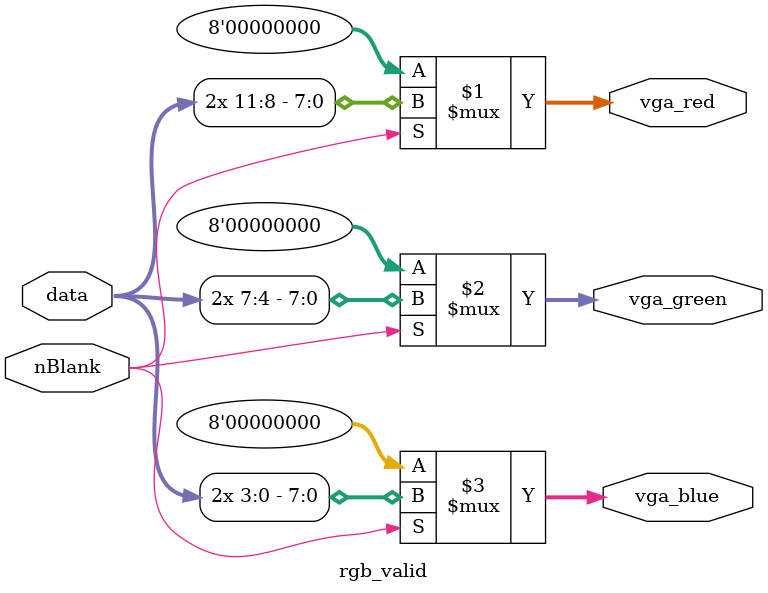
<source format=v>
`timescale 1ns / 1ps


module rgb_valid(
    input [11:0] data,		// pixel data
    input nBlank,		// check for enable
    output [7:0] vga_red,	// vga red
    output [7:0] vga_green,	// vga green
    output [7:0] vga_blue	// vga blue
    );
    
    assign vga_red = (nBlank) ? {data[11:8],data[11:8]} : 8'h00;
    assign vga_green = (nBlank) ? {data[7:4],data[7:4]} : 8'h00;
    assign vga_blue = (nBlank) ? {data[3:0],data[3:0]} : 8'h00;
    
endmodule

</source>
